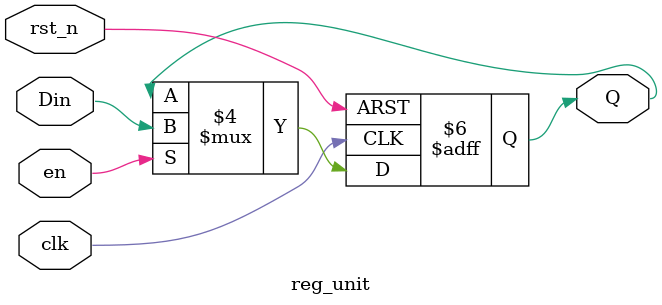
<source format=v>
module reg_unit (
  Din,
  en,
  rst_n,
  clk,
  Q
);

  input         Din;    //寄存器的输入
  input         en;     //使能 高电平有效
  input         rst_n;  //全局复位 低电平有效
  input         clk;    //时钟
  output        Q;      //输出

  reg           Q;
  always @ ( posedge clk or negedge rst_n ) begin
    if ( ~rst_n ) begin
      Q       <= 1'b0;
    end 
    else if ( en ) begin
     Q       <= Din;
    end
    else begin
     Q       <= Q;
    end
  end
endmodule

</source>
